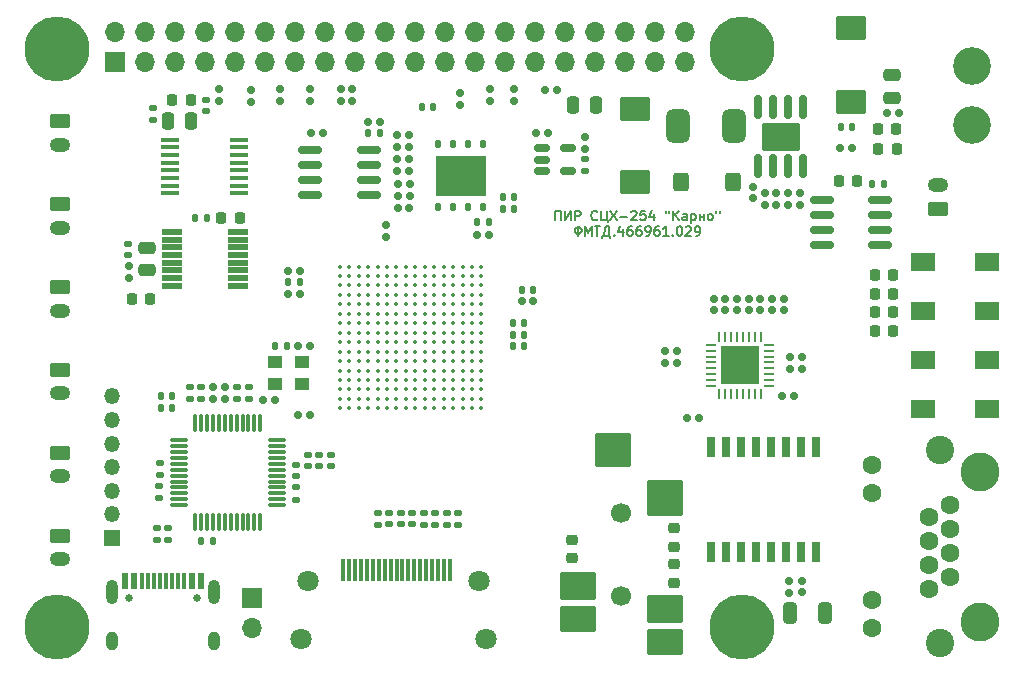
<source format=gbr>
%TF.GenerationSoftware,KiCad,Pcbnew,7.0.2*%
%TF.CreationDate,2023-10-25T03:12:26+05:00*%
%TF.ProjectId,Karnix_ASB,4b61726e-6978-45f4-9153-422e6b696361,V1.0*%
%TF.SameCoordinates,Original*%
%TF.FileFunction,Soldermask,Top*%
%TF.FilePolarity,Negative*%
%FSLAX46Y46*%
G04 Gerber Fmt 4.6, Leading zero omitted, Abs format (unit mm)*
G04 Created by KiCad (PCBNEW 7.0.2) date 2023-10-25 03:12:26*
%MOMM*%
%LPD*%
G01*
G04 APERTURE LIST*
G04 Aperture macros list*
%AMRoundRect*
0 Rectangle with rounded corners*
0 $1 Rounding radius*
0 $2 $3 $4 $5 $6 $7 $8 $9 X,Y pos of 4 corners*
0 Add a 4 corners polygon primitive as box body*
4,1,4,$2,$3,$4,$5,$6,$7,$8,$9,$2,$3,0*
0 Add four circle primitives for the rounded corners*
1,1,$1+$1,$2,$3*
1,1,$1+$1,$4,$5*
1,1,$1+$1,$6,$7*
1,1,$1+$1,$8,$9*
0 Add four rect primitives between the rounded corners*
20,1,$1+$1,$2,$3,$4,$5,0*
20,1,$1+$1,$4,$5,$6,$7,0*
20,1,$1+$1,$6,$7,$8,$9,0*
20,1,$1+$1,$8,$9,$2,$3,0*%
G04 Aperture macros list end*
%ADD10C,0.150000*%
%ADD11RoundRect,0.140000X0.140000X0.170000X-0.140000X0.170000X-0.140000X-0.170000X0.140000X-0.170000X0*%
%ADD12RoundRect,0.250000X-0.475000X0.250000X-0.475000X-0.250000X0.475000X-0.250000X0.475000X0.250000X0*%
%ADD13RoundRect,0.150000X0.150000X0.150000X-0.150000X0.150000X-0.150000X-0.150000X0.150000X-0.150000X0*%
%ADD14RoundRect,0.150000X-0.825000X-0.150000X0.825000X-0.150000X0.825000X0.150000X-0.825000X0.150000X0*%
%ADD15RoundRect,0.140000X-0.140000X-0.170000X0.140000X-0.170000X0.140000X0.170000X-0.140000X0.170000X0*%
%ADD16RoundRect,0.150000X-0.512500X-0.150000X0.512500X-0.150000X0.512500X0.150000X-0.512500X0.150000X0*%
%ADD17RoundRect,0.150000X-0.150000X-0.150000X0.150000X-0.150000X0.150000X0.150000X-0.150000X0.150000X0*%
%ADD18RoundRect,0.150000X0.150000X-0.150000X0.150000X0.150000X-0.150000X0.150000X-0.150000X-0.150000X0*%
%ADD19RoundRect,0.140000X-0.170000X0.140000X-0.170000X-0.140000X0.170000X-0.140000X0.170000X0.140000X0*%
%ADD20RoundRect,0.218750X-0.218750X-0.256250X0.218750X-0.256250X0.218750X0.256250X-0.218750X0.256250X0*%
%ADD21RoundRect,0.140000X0.170000X-0.140000X0.170000X0.140000X-0.170000X0.140000X-0.170000X-0.140000X0*%
%ADD22RoundRect,0.135000X0.185000X-0.135000X0.185000X0.135000X-0.185000X0.135000X-0.185000X-0.135000X0*%
%ADD23R,2.000000X1.600000*%
%ADD24RoundRect,0.135000X-0.135000X-0.185000X0.135000X-0.185000X0.135000X0.185000X-0.135000X0.185000X0*%
%ADD25RoundRect,0.102000X-0.736600X-0.177800X0.736600X-0.177800X0.736600X0.177800X-0.736600X0.177800X0*%
%ADD26RoundRect,0.250000X-0.250000X-0.475000X0.250000X-0.475000X0.250000X0.475000X-0.250000X0.475000X0*%
%ADD27R,1.700000X1.700000*%
%ADD28O,1.700000X1.700000*%
%ADD29RoundRect,0.150000X-0.150000X0.150000X-0.150000X-0.150000X0.150000X-0.150000X0.150000X0.150000X0*%
%ADD30RoundRect,0.218750X0.218750X0.256250X-0.218750X0.256250X-0.218750X-0.256250X0.218750X-0.256250X0*%
%ADD31C,5.500000*%
%ADD32C,0.650000*%
%ADD33R,0.600000X1.450000*%
%ADD34R,0.300000X1.450000*%
%ADD35O,1.000000X2.100000*%
%ADD36O,1.000000X1.600000*%
%ADD37RoundRect,0.062500X0.375000X0.062500X-0.375000X0.062500X-0.375000X-0.062500X0.375000X-0.062500X0*%
%ADD38RoundRect,0.062500X0.062500X0.375000X-0.062500X0.375000X-0.062500X-0.375000X0.062500X-0.375000X0*%
%ADD39R,3.300000X3.300000*%
%ADD40RoundRect,0.218750X-0.256250X0.218750X-0.256250X-0.218750X0.256250X-0.218750X0.256250X0.218750X0*%
%ADD41RoundRect,0.500000X0.500000X0.900000X-0.500000X0.900000X-0.500000X-0.900000X0.500000X-0.900000X0*%
%ADD42RoundRect,0.125000X-0.125000X0.250000X-0.125000X-0.250000X0.125000X-0.250000X0.125000X0.250000X0*%
%ADD43R,4.300000X3.400000*%
%ADD44RoundRect,0.187500X-0.187500X-0.662500X0.187500X-0.662500X0.187500X0.662500X-0.187500X0.662500X0*%
%ADD45C,0.350000*%
%ADD46R,1.300000X1.100000*%
%ADD47RoundRect,0.250000X-0.625000X0.350000X-0.625000X-0.350000X0.625000X-0.350000X0.625000X0.350000X0*%
%ADD48O,1.750000X1.200000*%
%ADD49RoundRect,0.250000X0.475000X-0.250000X0.475000X0.250000X-0.475000X0.250000X-0.475000X-0.250000X0*%
%ADD50RoundRect,0.135000X-0.185000X0.135000X-0.185000X-0.135000X0.185000X-0.135000X0.185000X0.135000X0*%
%ADD51C,3.200000*%
%ADD52RoundRect,0.075000X-0.662500X-0.075000X0.662500X-0.075000X0.662500X0.075000X-0.662500X0.075000X0*%
%ADD53RoundRect,0.075000X-0.075000X-0.662500X0.075000X-0.662500X0.075000X0.662500X-0.075000X0.662500X0*%
%ADD54RoundRect,0.150000X0.150000X-0.825000X0.150000X0.825000X-0.150000X0.825000X-0.150000X-0.825000X0*%
%ADD55RoundRect,0.249600X1.400400X-0.950400X1.400400X0.950400X-1.400400X0.950400X-1.400400X-0.950400X0*%
%ADD56C,3.300000*%
%ADD57C,1.600000*%
%ADD58C,2.400000*%
%ADD59R,1.350000X1.350000*%
%ADD60O,1.350000X1.350000*%
%ADD61R,0.300000X1.900000*%
%ADD62C,1.800000*%
%ADD63RoundRect,0.250000X-0.325000X-0.650000X0.325000X-0.650000X0.325000X0.650000X-0.325000X0.650000X0*%
%ADD64RoundRect,0.250000X1.025000X-0.787500X1.025000X0.787500X-1.025000X0.787500X-1.025000X-0.787500X0*%
%ADD65C,1.700000*%
%ADD66RoundRect,0.102000X-1.400000X1.000000X-1.400000X-1.000000X1.400000X-1.000000X1.400000X1.000000X0*%
%ADD67RoundRect,0.102000X-1.400000X1.400000X-1.400000X-1.400000X1.400000X-1.400000X1.400000X1.400000X0*%
%ADD68RoundRect,0.102000X-1.400000X1.100000X-1.400000X-1.100000X1.400000X-1.100000X1.400000X1.100000X0*%
%ADD69RoundRect,0.102000X-1.400000X1.300000X-1.400000X-1.300000X1.400000X-1.300000X1.400000X1.300000X0*%
%ADD70RoundRect,0.250000X0.250000X0.475000X-0.250000X0.475000X-0.250000X-0.475000X0.250000X-0.475000X0*%
%ADD71RoundRect,0.250000X0.625000X-0.350000X0.625000X0.350000X-0.625000X0.350000X-0.625000X-0.350000X0*%
%ADD72RoundRect,0.218750X0.256250X-0.218750X0.256250X0.218750X-0.256250X0.218750X-0.256250X-0.218750X0*%
%ADD73RoundRect,0.250000X-1.025000X0.787500X-1.025000X-0.787500X1.025000X-0.787500X1.025000X0.787500X0*%
%ADD74RoundRect,0.350000X0.350000X0.450000X-0.350000X0.450000X-0.350000X-0.450000X0.350000X-0.450000X0*%
%ADD75RoundRect,0.100000X-0.650000X-0.100000X0.650000X-0.100000X0.650000X0.100000X-0.650000X0.100000X0*%
G04 APERTURE END LIST*
D10*
X154187618Y-60176095D02*
X154187618Y-59376095D01*
X154187618Y-59376095D02*
X154644761Y-59376095D01*
X154644761Y-59376095D02*
X154644761Y-60176095D01*
X155025713Y-59376095D02*
X155025713Y-60176095D01*
X155025713Y-60176095D02*
X155482856Y-59376095D01*
X155482856Y-59376095D02*
X155482856Y-60176095D01*
X155863808Y-60176095D02*
X155863808Y-59376095D01*
X155863808Y-59376095D02*
X156168570Y-59376095D01*
X156168570Y-59376095D02*
X156244760Y-59414190D01*
X156244760Y-59414190D02*
X156282855Y-59452285D01*
X156282855Y-59452285D02*
X156320951Y-59528476D01*
X156320951Y-59528476D02*
X156320951Y-59642761D01*
X156320951Y-59642761D02*
X156282855Y-59718952D01*
X156282855Y-59718952D02*
X156244760Y-59757047D01*
X156244760Y-59757047D02*
X156168570Y-59795142D01*
X156168570Y-59795142D02*
X155863808Y-59795142D01*
X157730475Y-60099904D02*
X157692379Y-60138000D01*
X157692379Y-60138000D02*
X157578094Y-60176095D01*
X157578094Y-60176095D02*
X157501903Y-60176095D01*
X157501903Y-60176095D02*
X157387617Y-60138000D01*
X157387617Y-60138000D02*
X157311427Y-60061809D01*
X157311427Y-60061809D02*
X157273332Y-59985619D01*
X157273332Y-59985619D02*
X157235236Y-59833238D01*
X157235236Y-59833238D02*
X157235236Y-59718952D01*
X157235236Y-59718952D02*
X157273332Y-59566571D01*
X157273332Y-59566571D02*
X157311427Y-59490380D01*
X157311427Y-59490380D02*
X157387617Y-59414190D01*
X157387617Y-59414190D02*
X157501903Y-59376095D01*
X157501903Y-59376095D02*
X157578094Y-59376095D01*
X157578094Y-59376095D02*
X157692379Y-59414190D01*
X157692379Y-59414190D02*
X157730475Y-59452285D01*
X158530475Y-59376095D02*
X158530475Y-60176095D01*
X158073332Y-59376095D02*
X158073332Y-60176095D01*
X158073332Y-60176095D02*
X158606665Y-60176095D01*
X158606665Y-60176095D02*
X158606665Y-60366571D01*
X158835236Y-59376095D02*
X159368570Y-60176095D01*
X159368570Y-59376095D02*
X158835236Y-60176095D01*
X159673332Y-59871333D02*
X160282856Y-59871333D01*
X160625712Y-59452285D02*
X160663808Y-59414190D01*
X160663808Y-59414190D02*
X160739998Y-59376095D01*
X160739998Y-59376095D02*
X160930474Y-59376095D01*
X160930474Y-59376095D02*
X161006665Y-59414190D01*
X161006665Y-59414190D02*
X161044760Y-59452285D01*
X161044760Y-59452285D02*
X161082855Y-59528476D01*
X161082855Y-59528476D02*
X161082855Y-59604666D01*
X161082855Y-59604666D02*
X161044760Y-59718952D01*
X161044760Y-59718952D02*
X160587617Y-60176095D01*
X160587617Y-60176095D02*
X161082855Y-60176095D01*
X161806665Y-59376095D02*
X161425713Y-59376095D01*
X161425713Y-59376095D02*
X161387617Y-59757047D01*
X161387617Y-59757047D02*
X161425713Y-59718952D01*
X161425713Y-59718952D02*
X161501903Y-59680857D01*
X161501903Y-59680857D02*
X161692379Y-59680857D01*
X161692379Y-59680857D02*
X161768570Y-59718952D01*
X161768570Y-59718952D02*
X161806665Y-59757047D01*
X161806665Y-59757047D02*
X161844760Y-59833238D01*
X161844760Y-59833238D02*
X161844760Y-60023714D01*
X161844760Y-60023714D02*
X161806665Y-60099904D01*
X161806665Y-60099904D02*
X161768570Y-60138000D01*
X161768570Y-60138000D02*
X161692379Y-60176095D01*
X161692379Y-60176095D02*
X161501903Y-60176095D01*
X161501903Y-60176095D02*
X161425713Y-60138000D01*
X161425713Y-60138000D02*
X161387617Y-60099904D01*
X162530475Y-59642761D02*
X162530475Y-60176095D01*
X162339999Y-59338000D02*
X162149522Y-59909428D01*
X162149522Y-59909428D02*
X162644761Y-59909428D01*
X163520951Y-59376095D02*
X163520951Y-59528476D01*
X163825713Y-59376095D02*
X163825713Y-59528476D01*
X164168571Y-60176095D02*
X164168571Y-59376095D01*
X164625714Y-60176095D02*
X164282856Y-59718952D01*
X164625714Y-59376095D02*
X164168571Y-59833238D01*
X165311428Y-60176095D02*
X165311428Y-59757047D01*
X165311428Y-59757047D02*
X165273333Y-59680857D01*
X165273333Y-59680857D02*
X165197142Y-59642761D01*
X165197142Y-59642761D02*
X165044761Y-59642761D01*
X165044761Y-59642761D02*
X164968571Y-59680857D01*
X165311428Y-60138000D02*
X165235237Y-60176095D01*
X165235237Y-60176095D02*
X165044761Y-60176095D01*
X165044761Y-60176095D02*
X164968571Y-60138000D01*
X164968571Y-60138000D02*
X164930475Y-60061809D01*
X164930475Y-60061809D02*
X164930475Y-59985619D01*
X164930475Y-59985619D02*
X164968571Y-59909428D01*
X164968571Y-59909428D02*
X165044761Y-59871333D01*
X165044761Y-59871333D02*
X165235237Y-59871333D01*
X165235237Y-59871333D02*
X165311428Y-59833238D01*
X165692381Y-59642761D02*
X165692381Y-60442761D01*
X165692381Y-59680857D02*
X165768571Y-59642761D01*
X165768571Y-59642761D02*
X165920952Y-59642761D01*
X165920952Y-59642761D02*
X165997143Y-59680857D01*
X165997143Y-59680857D02*
X166035238Y-59718952D01*
X166035238Y-59718952D02*
X166073333Y-59795142D01*
X166073333Y-59795142D02*
X166073333Y-60023714D01*
X166073333Y-60023714D02*
X166035238Y-60099904D01*
X166035238Y-60099904D02*
X165997143Y-60138000D01*
X165997143Y-60138000D02*
X165920952Y-60176095D01*
X165920952Y-60176095D02*
X165768571Y-60176095D01*
X165768571Y-60176095D02*
X165692381Y-60138000D01*
X166416191Y-59909428D02*
X166759048Y-59909428D01*
X166416191Y-59642761D02*
X166416191Y-60176095D01*
X166759048Y-59642761D02*
X166759048Y-60176095D01*
X167254286Y-60176095D02*
X167178096Y-60138000D01*
X167178096Y-60138000D02*
X167140001Y-60099904D01*
X167140001Y-60099904D02*
X167101905Y-60023714D01*
X167101905Y-60023714D02*
X167101905Y-59795142D01*
X167101905Y-59795142D02*
X167140001Y-59718952D01*
X167140001Y-59718952D02*
X167178096Y-59680857D01*
X167178096Y-59680857D02*
X167254286Y-59642761D01*
X167254286Y-59642761D02*
X167368572Y-59642761D01*
X167368572Y-59642761D02*
X167444763Y-59680857D01*
X167444763Y-59680857D02*
X167482858Y-59718952D01*
X167482858Y-59718952D02*
X167520953Y-59795142D01*
X167520953Y-59795142D02*
X167520953Y-60023714D01*
X167520953Y-60023714D02*
X167482858Y-60099904D01*
X167482858Y-60099904D02*
X167444763Y-60138000D01*
X167444763Y-60138000D02*
X167368572Y-60176095D01*
X167368572Y-60176095D02*
X167254286Y-60176095D01*
X167825715Y-59376095D02*
X167825715Y-59528476D01*
X168130477Y-59376095D02*
X168130477Y-59528476D01*
X156111427Y-61472095D02*
X156111427Y-60672095D01*
X156035237Y-60786380D02*
X156187618Y-60786380D01*
X156187618Y-60786380D02*
X156301903Y-60824476D01*
X156301903Y-60824476D02*
X156378094Y-60900666D01*
X156378094Y-60900666D02*
X156416189Y-60976857D01*
X156416189Y-60976857D02*
X156416189Y-61129238D01*
X156416189Y-61129238D02*
X156378094Y-61205428D01*
X156378094Y-61205428D02*
X156301903Y-61281619D01*
X156301903Y-61281619D02*
X156187618Y-61319714D01*
X156187618Y-61319714D02*
X156035237Y-61319714D01*
X156035237Y-61319714D02*
X155920951Y-61281619D01*
X155920951Y-61281619D02*
X155844760Y-61205428D01*
X155844760Y-61205428D02*
X155806665Y-61129238D01*
X155806665Y-61129238D02*
X155806665Y-60976857D01*
X155806665Y-60976857D02*
X155844760Y-60900666D01*
X155844760Y-60900666D02*
X155920951Y-60824476D01*
X155920951Y-60824476D02*
X156035237Y-60786380D01*
X156720951Y-61472095D02*
X156720951Y-60672095D01*
X156720951Y-60672095D02*
X156987617Y-61243523D01*
X156987617Y-61243523D02*
X157254284Y-60672095D01*
X157254284Y-60672095D02*
X157254284Y-61472095D01*
X157520951Y-60672095D02*
X157978094Y-60672095D01*
X157749522Y-61472095D02*
X157749522Y-60672095D01*
X158854285Y-61662571D02*
X158854285Y-61472095D01*
X158854285Y-61472095D02*
X158168570Y-61472095D01*
X158168570Y-61472095D02*
X158168570Y-61662571D01*
X158701904Y-61472095D02*
X158701904Y-60672095D01*
X158701904Y-60672095D02*
X158511427Y-60672095D01*
X158511427Y-60672095D02*
X158435237Y-60710190D01*
X158435237Y-60710190D02*
X158397142Y-60748285D01*
X158397142Y-60748285D02*
X158359046Y-60824476D01*
X158359046Y-60824476D02*
X158282856Y-61472095D01*
X159159047Y-61395904D02*
X159197142Y-61434000D01*
X159197142Y-61434000D02*
X159159047Y-61472095D01*
X159159047Y-61472095D02*
X159120951Y-61434000D01*
X159120951Y-61434000D02*
X159159047Y-61395904D01*
X159159047Y-61395904D02*
X159159047Y-61472095D01*
X159882856Y-60938761D02*
X159882856Y-61472095D01*
X159692380Y-60634000D02*
X159501903Y-61205428D01*
X159501903Y-61205428D02*
X159997142Y-61205428D01*
X160644761Y-60672095D02*
X160492380Y-60672095D01*
X160492380Y-60672095D02*
X160416189Y-60710190D01*
X160416189Y-60710190D02*
X160378094Y-60748285D01*
X160378094Y-60748285D02*
X160301904Y-60862571D01*
X160301904Y-60862571D02*
X160263808Y-61014952D01*
X160263808Y-61014952D02*
X160263808Y-61319714D01*
X160263808Y-61319714D02*
X160301904Y-61395904D01*
X160301904Y-61395904D02*
X160339999Y-61434000D01*
X160339999Y-61434000D02*
X160416189Y-61472095D01*
X160416189Y-61472095D02*
X160568570Y-61472095D01*
X160568570Y-61472095D02*
X160644761Y-61434000D01*
X160644761Y-61434000D02*
X160682856Y-61395904D01*
X160682856Y-61395904D02*
X160720951Y-61319714D01*
X160720951Y-61319714D02*
X160720951Y-61129238D01*
X160720951Y-61129238D02*
X160682856Y-61053047D01*
X160682856Y-61053047D02*
X160644761Y-61014952D01*
X160644761Y-61014952D02*
X160568570Y-60976857D01*
X160568570Y-60976857D02*
X160416189Y-60976857D01*
X160416189Y-60976857D02*
X160339999Y-61014952D01*
X160339999Y-61014952D02*
X160301904Y-61053047D01*
X160301904Y-61053047D02*
X160263808Y-61129238D01*
X161406666Y-60672095D02*
X161254285Y-60672095D01*
X161254285Y-60672095D02*
X161178094Y-60710190D01*
X161178094Y-60710190D02*
X161139999Y-60748285D01*
X161139999Y-60748285D02*
X161063809Y-60862571D01*
X161063809Y-60862571D02*
X161025713Y-61014952D01*
X161025713Y-61014952D02*
X161025713Y-61319714D01*
X161025713Y-61319714D02*
X161063809Y-61395904D01*
X161063809Y-61395904D02*
X161101904Y-61434000D01*
X161101904Y-61434000D02*
X161178094Y-61472095D01*
X161178094Y-61472095D02*
X161330475Y-61472095D01*
X161330475Y-61472095D02*
X161406666Y-61434000D01*
X161406666Y-61434000D02*
X161444761Y-61395904D01*
X161444761Y-61395904D02*
X161482856Y-61319714D01*
X161482856Y-61319714D02*
X161482856Y-61129238D01*
X161482856Y-61129238D02*
X161444761Y-61053047D01*
X161444761Y-61053047D02*
X161406666Y-61014952D01*
X161406666Y-61014952D02*
X161330475Y-60976857D01*
X161330475Y-60976857D02*
X161178094Y-60976857D01*
X161178094Y-60976857D02*
X161101904Y-61014952D01*
X161101904Y-61014952D02*
X161063809Y-61053047D01*
X161063809Y-61053047D02*
X161025713Y-61129238D01*
X161863809Y-61472095D02*
X162016190Y-61472095D01*
X162016190Y-61472095D02*
X162092380Y-61434000D01*
X162092380Y-61434000D02*
X162130476Y-61395904D01*
X162130476Y-61395904D02*
X162206666Y-61281619D01*
X162206666Y-61281619D02*
X162244761Y-61129238D01*
X162244761Y-61129238D02*
X162244761Y-60824476D01*
X162244761Y-60824476D02*
X162206666Y-60748285D01*
X162206666Y-60748285D02*
X162168571Y-60710190D01*
X162168571Y-60710190D02*
X162092380Y-60672095D01*
X162092380Y-60672095D02*
X161939999Y-60672095D01*
X161939999Y-60672095D02*
X161863809Y-60710190D01*
X161863809Y-60710190D02*
X161825714Y-60748285D01*
X161825714Y-60748285D02*
X161787618Y-60824476D01*
X161787618Y-60824476D02*
X161787618Y-61014952D01*
X161787618Y-61014952D02*
X161825714Y-61091142D01*
X161825714Y-61091142D02*
X161863809Y-61129238D01*
X161863809Y-61129238D02*
X161939999Y-61167333D01*
X161939999Y-61167333D02*
X162092380Y-61167333D01*
X162092380Y-61167333D02*
X162168571Y-61129238D01*
X162168571Y-61129238D02*
X162206666Y-61091142D01*
X162206666Y-61091142D02*
X162244761Y-61014952D01*
X162930476Y-60672095D02*
X162778095Y-60672095D01*
X162778095Y-60672095D02*
X162701904Y-60710190D01*
X162701904Y-60710190D02*
X162663809Y-60748285D01*
X162663809Y-60748285D02*
X162587619Y-60862571D01*
X162587619Y-60862571D02*
X162549523Y-61014952D01*
X162549523Y-61014952D02*
X162549523Y-61319714D01*
X162549523Y-61319714D02*
X162587619Y-61395904D01*
X162587619Y-61395904D02*
X162625714Y-61434000D01*
X162625714Y-61434000D02*
X162701904Y-61472095D01*
X162701904Y-61472095D02*
X162854285Y-61472095D01*
X162854285Y-61472095D02*
X162930476Y-61434000D01*
X162930476Y-61434000D02*
X162968571Y-61395904D01*
X162968571Y-61395904D02*
X163006666Y-61319714D01*
X163006666Y-61319714D02*
X163006666Y-61129238D01*
X163006666Y-61129238D02*
X162968571Y-61053047D01*
X162968571Y-61053047D02*
X162930476Y-61014952D01*
X162930476Y-61014952D02*
X162854285Y-60976857D01*
X162854285Y-60976857D02*
X162701904Y-60976857D01*
X162701904Y-60976857D02*
X162625714Y-61014952D01*
X162625714Y-61014952D02*
X162587619Y-61053047D01*
X162587619Y-61053047D02*
X162549523Y-61129238D01*
X163768571Y-61472095D02*
X163311428Y-61472095D01*
X163540000Y-61472095D02*
X163540000Y-60672095D01*
X163540000Y-60672095D02*
X163463809Y-60786380D01*
X163463809Y-60786380D02*
X163387619Y-60862571D01*
X163387619Y-60862571D02*
X163311428Y-60900666D01*
X164111429Y-61395904D02*
X164149524Y-61434000D01*
X164149524Y-61434000D02*
X164111429Y-61472095D01*
X164111429Y-61472095D02*
X164073333Y-61434000D01*
X164073333Y-61434000D02*
X164111429Y-61395904D01*
X164111429Y-61395904D02*
X164111429Y-61472095D01*
X164644762Y-60672095D02*
X164720952Y-60672095D01*
X164720952Y-60672095D02*
X164797143Y-60710190D01*
X164797143Y-60710190D02*
X164835238Y-60748285D01*
X164835238Y-60748285D02*
X164873333Y-60824476D01*
X164873333Y-60824476D02*
X164911428Y-60976857D01*
X164911428Y-60976857D02*
X164911428Y-61167333D01*
X164911428Y-61167333D02*
X164873333Y-61319714D01*
X164873333Y-61319714D02*
X164835238Y-61395904D01*
X164835238Y-61395904D02*
X164797143Y-61434000D01*
X164797143Y-61434000D02*
X164720952Y-61472095D01*
X164720952Y-61472095D02*
X164644762Y-61472095D01*
X164644762Y-61472095D02*
X164568571Y-61434000D01*
X164568571Y-61434000D02*
X164530476Y-61395904D01*
X164530476Y-61395904D02*
X164492381Y-61319714D01*
X164492381Y-61319714D02*
X164454285Y-61167333D01*
X164454285Y-61167333D02*
X164454285Y-60976857D01*
X164454285Y-60976857D02*
X164492381Y-60824476D01*
X164492381Y-60824476D02*
X164530476Y-60748285D01*
X164530476Y-60748285D02*
X164568571Y-60710190D01*
X164568571Y-60710190D02*
X164644762Y-60672095D01*
X165216190Y-60748285D02*
X165254286Y-60710190D01*
X165254286Y-60710190D02*
X165330476Y-60672095D01*
X165330476Y-60672095D02*
X165520952Y-60672095D01*
X165520952Y-60672095D02*
X165597143Y-60710190D01*
X165597143Y-60710190D02*
X165635238Y-60748285D01*
X165635238Y-60748285D02*
X165673333Y-60824476D01*
X165673333Y-60824476D02*
X165673333Y-60900666D01*
X165673333Y-60900666D02*
X165635238Y-61014952D01*
X165635238Y-61014952D02*
X165178095Y-61472095D01*
X165178095Y-61472095D02*
X165673333Y-61472095D01*
X166054286Y-61472095D02*
X166206667Y-61472095D01*
X166206667Y-61472095D02*
X166282857Y-61434000D01*
X166282857Y-61434000D02*
X166320953Y-61395904D01*
X166320953Y-61395904D02*
X166397143Y-61281619D01*
X166397143Y-61281619D02*
X166435238Y-61129238D01*
X166435238Y-61129238D02*
X166435238Y-60824476D01*
X166435238Y-60824476D02*
X166397143Y-60748285D01*
X166397143Y-60748285D02*
X166359048Y-60710190D01*
X166359048Y-60710190D02*
X166282857Y-60672095D01*
X166282857Y-60672095D02*
X166130476Y-60672095D01*
X166130476Y-60672095D02*
X166054286Y-60710190D01*
X166054286Y-60710190D02*
X166016191Y-60748285D01*
X166016191Y-60748285D02*
X165978095Y-60824476D01*
X165978095Y-60824476D02*
X165978095Y-61014952D01*
X165978095Y-61014952D02*
X166016191Y-61091142D01*
X166016191Y-61091142D02*
X166054286Y-61129238D01*
X166054286Y-61129238D02*
X166130476Y-61167333D01*
X166130476Y-61167333D02*
X166282857Y-61167333D01*
X166282857Y-61167333D02*
X166359048Y-61129238D01*
X166359048Y-61129238D02*
X166397143Y-61091142D01*
X166397143Y-61091142D02*
X166435238Y-61014952D01*
D11*
%TO.C,C96*%
X121760000Y-76080000D03*
X120800000Y-76080000D03*
%TD*%
D12*
%TO.C,C65*%
X119585000Y-62491000D03*
X119585000Y-64391000D03*
%TD*%
D13*
%TO.C,R30*%
X154310000Y-49155000D03*
X153310000Y-49155000D03*
%TD*%
D14*
%TO.C,U9*%
X176760000Y-58490000D03*
X176760000Y-59760000D03*
X176760000Y-61030000D03*
X176760000Y-62300000D03*
X181710000Y-62300000D03*
X181710000Y-61030000D03*
X181710000Y-59760000D03*
X181710000Y-58490000D03*
%TD*%
D15*
%TO.C,C55*%
X181010000Y-57070000D03*
X181970000Y-57070000D03*
%TD*%
D16*
%TO.C,U4*%
X153022500Y-54090000D03*
X153022500Y-55040000D03*
X153022500Y-55990000D03*
X155297500Y-55990000D03*
X155297500Y-54090000D03*
%TD*%
D17*
%TO.C,R60*%
X140812000Y-55987000D03*
X141812000Y-55987000D03*
%TD*%
D13*
%TO.C,R37*%
X183258000Y-51139000D03*
X182258000Y-51139000D03*
%TD*%
D18*
%TO.C,R25*%
X148610000Y-50050000D03*
X148610000Y-49050000D03*
%TD*%
D19*
%TO.C,C59*%
X143050000Y-84980000D03*
X143050000Y-85940000D03*
%TD*%
D20*
%TO.C,D6*%
X181495000Y-54120000D03*
X183070000Y-54120000D03*
%TD*%
D17*
%TO.C,R65*%
X140835000Y-59111000D03*
X141835000Y-59111000D03*
%TD*%
D20*
%TO.C,L5*%
X118302000Y-66807000D03*
X119877000Y-66807000D03*
%TD*%
D21*
%TO.C,C16*%
X156730000Y-55990000D03*
X156730000Y-55030000D03*
%TD*%
D22*
%TO.C,R183*%
X132226000Y-83824000D03*
X132226000Y-82804000D03*
%TD*%
D23*
%TO.C,SW3*%
X190720000Y-72016760D03*
X185320000Y-72016760D03*
%TD*%
D24*
%TO.C,R173*%
X147580000Y-60355000D03*
X148600000Y-60355000D03*
%TD*%
D13*
%TO.C,R55*%
X133374000Y-70835000D03*
X132374000Y-70835000D03*
%TD*%
D19*
%TO.C,C21*%
X134215000Y-80035000D03*
X134215000Y-80995000D03*
%TD*%
D25*
%TO.C,U11*%
X121711200Y-61161600D03*
X121711200Y-61822000D03*
X121711200Y-62482400D03*
X121711200Y-63117400D03*
X121711200Y-63777800D03*
X121711200Y-64412800D03*
X121711200Y-65073200D03*
X121711200Y-65733600D03*
X127350000Y-65733600D03*
X127350000Y-65073200D03*
X127350000Y-64412800D03*
X127350000Y-63777800D03*
X127350000Y-63117400D03*
X127350000Y-62482400D03*
X127350000Y-61822000D03*
X127350000Y-61161600D03*
%TD*%
D26*
%TO.C,C69*%
X121400000Y-51810000D03*
X123300000Y-51810000D03*
%TD*%
D27*
%TO.C,J2*%
X128525000Y-92170000D03*
D28*
X128525000Y-94710000D03*
%TD*%
D18*
%TO.C,R9*%
X128420000Y-50130000D03*
X128420000Y-49130000D03*
%TD*%
%TO.C,R38*%
X173860000Y-58860000D03*
X173860000Y-57860000D03*
%TD*%
D29*
%TO.C,R71*%
X172525000Y-66815000D03*
X172525000Y-67815000D03*
%TD*%
D13*
%TO.C,R39*%
X179290000Y-54100000D03*
X178290000Y-54100000D03*
%TD*%
D17*
%TO.C,R46*%
X133485000Y-52810000D03*
X134485000Y-52810000D03*
%TD*%
D23*
%TO.C,SW2*%
X190720000Y-67876760D03*
X185320000Y-67876760D03*
%TD*%
D15*
%TO.C,C80*%
X123701000Y-59961000D03*
X124661000Y-59961000D03*
%TD*%
%TO.C,C41*%
X149731000Y-59187000D03*
X150691000Y-59187000D03*
%TD*%
D30*
%TO.C,D5*%
X183062500Y-52480000D03*
X181487500Y-52480000D03*
%TD*%
D14*
%TO.C,U6*%
X133431000Y-54259000D03*
X133431000Y-55529000D03*
X133431000Y-56799000D03*
X133431000Y-58069000D03*
X138381000Y-58069000D03*
X138381000Y-56799000D03*
X138381000Y-55529000D03*
X138381000Y-54259000D03*
%TD*%
D11*
%TO.C,C40*%
X132530000Y-65420000D03*
X131570000Y-65420000D03*
%TD*%
D18*
%TO.C,R10*%
X130850000Y-50085000D03*
X130850000Y-49085000D03*
%TD*%
D29*
%TO.C,R77*%
X168565878Y-66815412D03*
X168565878Y-67815412D03*
%TD*%
D22*
%TO.C,R172*%
X128215000Y-75314000D03*
X128215000Y-74294000D03*
%TD*%
D29*
%TO.C,R5*%
X125710000Y-49090000D03*
X125710000Y-50090000D03*
%TD*%
D31*
%TO.C,H2*%
X169980000Y-45650000D03*
%TD*%
D19*
%TO.C,C17*%
X133245000Y-80035000D03*
X133245000Y-80995000D03*
%TD*%
D15*
%TO.C,C23*%
X151325000Y-66045000D03*
X152285000Y-66045000D03*
%TD*%
D29*
%TO.C,R15*%
X133385000Y-49060000D03*
X133385000Y-50060000D03*
%TD*%
%TO.C,R102*%
X175030000Y-90690000D03*
X175030000Y-91690000D03*
%TD*%
%TO.C,R45*%
X139860000Y-60560000D03*
X139860000Y-61560000D03*
%TD*%
D30*
%TO.C,D4*%
X182795000Y-69590000D03*
X181220000Y-69590000D03*
%TD*%
D15*
%TO.C,C39*%
X130473000Y-70865000D03*
X131433000Y-70865000D03*
%TD*%
D17*
%TO.C,R68*%
X163455000Y-72245000D03*
X164455000Y-72245000D03*
%TD*%
D13*
%TO.C,R74*%
X175055000Y-71760000D03*
X174055000Y-71760000D03*
%TD*%
D11*
%TO.C,C97*%
X121750000Y-75080000D03*
X120790000Y-75080000D03*
%TD*%
D19*
%TO.C,C58*%
X144020000Y-84980000D03*
X144020000Y-85940000D03*
%TD*%
D22*
%TO.C,R180*%
X120450000Y-87265000D03*
X120450000Y-86245000D03*
%TD*%
D15*
%TO.C,C28*%
X150570000Y-70850000D03*
X151530000Y-70850000D03*
%TD*%
D32*
%TO.C,J1*%
X118080000Y-92180000D03*
X123860000Y-92180000D03*
D33*
X117720000Y-90735000D03*
X118520000Y-90735000D03*
D34*
X119720000Y-90735000D03*
X120720000Y-90735000D03*
X121220000Y-90735000D03*
X122220000Y-90735000D03*
D33*
X123420000Y-90735000D03*
X124220000Y-90735000D03*
X124220000Y-90735000D03*
X123420000Y-90735000D03*
D34*
X122720000Y-90735000D03*
X121720000Y-90735000D03*
X120220000Y-90735000D03*
X119220000Y-90735000D03*
D33*
X118520000Y-90735000D03*
X117720000Y-90735000D03*
D35*
X116650000Y-91650000D03*
D36*
X116650000Y-95830000D03*
D35*
X125290000Y-91650000D03*
D36*
X125290000Y-95830000D03*
%TD*%
D21*
%TO.C,C66*%
X118045000Y-63142000D03*
X118045000Y-62182000D03*
%TD*%
D29*
%TO.C,R24*%
X146075000Y-49405000D03*
X146075000Y-50405000D03*
%TD*%
D37*
%TO.C,U8*%
X172245500Y-74218000D03*
X172245500Y-73718000D03*
X172245500Y-73218000D03*
X172245500Y-72718000D03*
X172245500Y-72218000D03*
X172245500Y-71718000D03*
X172245500Y-71218000D03*
X172245500Y-70718000D03*
D38*
X171558000Y-70030500D03*
X171058000Y-70030500D03*
X170558000Y-70030500D03*
X170058000Y-70030500D03*
X169558000Y-70030500D03*
X169058000Y-70030500D03*
X168558000Y-70030500D03*
X168058000Y-70030500D03*
D37*
X167370500Y-70718000D03*
X167370500Y-71218000D03*
X167370500Y-71718000D03*
X167370500Y-72218000D03*
X167370500Y-72718000D03*
X167370500Y-73218000D03*
X167370500Y-73718000D03*
X167370500Y-74218000D03*
D38*
X168058000Y-74905500D03*
X168558000Y-74905500D03*
X169058000Y-74905500D03*
X169558000Y-74905500D03*
X170058000Y-74905500D03*
X170558000Y-74905500D03*
X171058000Y-74905500D03*
X171558000Y-74905500D03*
D39*
X169808000Y-72468000D03*
%TD*%
D31*
%TO.C,H1*%
X111980000Y-45650000D03*
%TD*%
D40*
%TO.C,D16*%
X164225000Y-86275000D03*
X164225000Y-87850000D03*
%TD*%
D41*
%TO.C,L1*%
X164530000Y-52170000D03*
X169330000Y-52170000D03*
%TD*%
D15*
%TO.C,C100*%
X142855000Y-50575000D03*
X143815000Y-50575000D03*
%TD*%
D17*
%TO.C,R48*%
X140815000Y-53000000D03*
X141815000Y-53000000D03*
%TD*%
%TO.C,R47*%
X131550000Y-66400000D03*
X132550000Y-66400000D03*
%TD*%
D42*
%TO.C,U7*%
X148068000Y-53696000D03*
X146798000Y-53696000D03*
X145528000Y-53696000D03*
X144258000Y-53696000D03*
X144258000Y-59096000D03*
X145528000Y-59096000D03*
X146798000Y-59096000D03*
X148068000Y-59096000D03*
D43*
X146163000Y-56396000D03*
%TD*%
D44*
%TO.C,TR1*%
X167343000Y-88242000D03*
X168613000Y-88242000D03*
X169883000Y-88242000D03*
X171153000Y-88242000D03*
X172423000Y-88242000D03*
X173693000Y-88242000D03*
X174963000Y-88242000D03*
X176233000Y-88242000D03*
X176233000Y-79402800D03*
X174963000Y-79402800D03*
X173693000Y-79402800D03*
X172423000Y-79402800D03*
X171153000Y-79402800D03*
X169883000Y-79402800D03*
X168613000Y-79402800D03*
X167343000Y-79402800D03*
%TD*%
D45*
%TO.C,U5*%
X147930000Y-76100000D03*
X147130000Y-76100000D03*
X146330000Y-76100000D03*
X145530000Y-76100000D03*
X144730000Y-76100000D03*
X143930000Y-76100000D03*
X143130000Y-76100000D03*
X142330000Y-76100000D03*
X141530000Y-76100000D03*
X140730000Y-76100000D03*
X139930000Y-76100000D03*
X139130000Y-76100000D03*
X138330000Y-76100000D03*
X137530000Y-76100000D03*
X136730000Y-76100000D03*
X135930000Y-76100000D03*
X147930000Y-75300000D03*
X147130000Y-75300000D03*
X146330000Y-75300000D03*
X145530000Y-75300000D03*
X144730000Y-75300000D03*
X143930000Y-75300000D03*
X143130000Y-75300000D03*
X142330000Y-75300000D03*
X141530000Y-75300000D03*
X140730000Y-75300000D03*
X139930000Y-75300000D03*
X139130000Y-75300000D03*
X138330000Y-75300000D03*
X137530000Y-75300000D03*
X136730000Y-75300000D03*
X135930000Y-75300000D03*
X147930000Y-74500000D03*
X147130000Y-74500000D03*
X146330000Y-74500000D03*
X145530000Y-74500000D03*
X144730000Y-74500000D03*
X143930000Y-74500000D03*
X143130000Y-74500000D03*
X142330000Y-74500000D03*
X141530000Y-74500000D03*
X140730000Y-74500000D03*
X139930000Y-74500000D03*
X139130000Y-74500000D03*
X138330000Y-74500000D03*
X137530000Y-74500000D03*
X136730000Y-74500000D03*
X135930000Y-74500000D03*
X147930000Y-73700000D03*
X147130000Y-73700000D03*
X146330000Y-73700000D03*
X145530000Y-73700000D03*
X144730000Y-73700000D03*
X143930000Y-73700000D03*
X143130000Y-73700000D03*
X142330000Y-73700000D03*
X141530000Y-73700000D03*
X140730000Y-73700000D03*
X139930000Y-73700000D03*
X139130000Y-73700000D03*
X138330000Y-73700000D03*
X137530000Y-73700000D03*
X136730000Y-73700000D03*
X135930000Y-73700000D03*
X147930000Y-72900000D03*
X147130000Y-72900000D03*
X146330000Y-72900000D03*
X145530000Y-72900000D03*
X144730000Y-72900000D03*
X143930000Y-72900000D03*
X143130000Y-72900000D03*
X142330000Y-72900000D03*
X141530000Y-72900000D03*
X140730000Y-72900000D03*
X139930000Y-72900000D03*
X139130000Y-72900000D03*
X138330000Y-72900000D03*
X137530000Y-72900000D03*
X136730000Y-72900000D03*
X135930000Y-72900000D03*
X147930000Y-72100000D03*
X147130000Y-72100000D03*
X146330000Y-72100000D03*
X145530000Y-72100000D03*
X144730000Y-72100000D03*
X143930000Y-72100000D03*
X143130000Y-72100000D03*
X142330000Y-72100000D03*
X141530000Y-72100000D03*
X140730000Y-72100000D03*
X139930000Y-72100000D03*
X139130000Y-72100000D03*
X138330000Y-72100000D03*
X137530000Y-72100000D03*
X136730000Y-72100000D03*
X135930000Y-72100000D03*
X147930000Y-71300000D03*
X147130000Y-71300000D03*
X146330000Y-71300000D03*
X145530000Y-71300000D03*
X144730000Y-71300000D03*
X143930000Y-71300000D03*
X143130000Y-71300000D03*
X142330000Y-71300000D03*
X141530000Y-71300000D03*
X140730000Y-71300000D03*
X139930000Y-71300000D03*
X139130000Y-71300000D03*
X138330000Y-71300000D03*
X137530000Y-71300000D03*
X136730000Y-71300000D03*
X135930000Y-71300000D03*
X147930000Y-70500000D03*
X147130000Y-70500000D03*
X146330000Y-70500000D03*
X145530000Y-70500000D03*
X144730000Y-70500000D03*
X143930000Y-70500000D03*
X143130000Y-70500000D03*
X142330000Y-70500000D03*
X141530000Y-70500000D03*
X140730000Y-70500000D03*
X139930000Y-70500000D03*
X139130000Y-70500000D03*
X138330000Y-70500000D03*
X137530000Y-70500000D03*
X136730000Y-70500000D03*
X135930000Y-70500000D03*
X147930000Y-69700000D03*
X147130000Y-69700000D03*
X146330000Y-69700000D03*
X145530000Y-69700000D03*
X144730000Y-69700000D03*
X143930000Y-69700000D03*
X143130000Y-69700000D03*
X142330000Y-69700000D03*
X141530000Y-69700000D03*
X140730000Y-69700000D03*
X139930000Y-69700000D03*
X139130000Y-69700000D03*
X138330000Y-69700000D03*
X137530000Y-69700000D03*
X136730000Y-69700000D03*
X135930000Y-69700000D03*
X147930000Y-68900000D03*
X147130000Y-68900000D03*
X146330000Y-68900000D03*
X145530000Y-68900000D03*
X144730000Y-68900000D03*
X143930000Y-68900000D03*
X143130000Y-68900000D03*
X142330000Y-68900000D03*
X141530000Y-68900000D03*
X140730000Y-68900000D03*
X139930000Y-68900000D03*
X139130000Y-68900000D03*
X138330000Y-68900000D03*
X137530000Y-68900000D03*
X136730000Y-68900000D03*
X135930000Y-68900000D03*
X147930000Y-68100000D03*
X147130000Y-68100000D03*
X146330000Y-68100000D03*
X145530000Y-68100000D03*
X144730000Y-68100000D03*
X143930000Y-68100000D03*
X143130000Y-68100000D03*
X142330000Y-68100000D03*
X141530000Y-68100000D03*
X140730000Y-68100000D03*
X139930000Y-68100000D03*
X139130000Y-68100000D03*
X138330000Y-68100000D03*
X137530000Y-68100000D03*
X136730000Y-68100000D03*
X135930000Y-68100000D03*
X147930000Y-67300000D03*
X147130000Y-67300000D03*
X146330000Y-67300000D03*
X145530000Y-67300000D03*
X144730000Y-67300000D03*
X143930000Y-67300000D03*
X143130000Y-67300000D03*
X142330000Y-67300000D03*
X141530000Y-67300000D03*
X140730000Y-67300000D03*
X139930000Y-67300000D03*
X139130000Y-67300000D03*
X138330000Y-67300000D03*
X137530000Y-67300000D03*
X136730000Y-67300000D03*
X135930000Y-67300000D03*
X147930000Y-66500000D03*
X147130000Y-66500000D03*
X146330000Y-66500000D03*
X145530000Y-66500000D03*
X144730000Y-66500000D03*
X143930000Y-66500000D03*
X143130000Y-66500000D03*
X142330000Y-66500000D03*
X141530000Y-66500000D03*
X140730000Y-66500000D03*
X139930000Y-66500000D03*
X139130000Y-66500000D03*
X138330000Y-66500000D03*
X137530000Y-66500000D03*
X136730000Y-66500000D03*
X135930000Y-66500000D03*
X147930000Y-65700000D03*
X147130000Y-65700000D03*
X146330000Y-65700000D03*
X145530000Y-65700000D03*
X144730000Y-65700000D03*
X143930000Y-65700000D03*
X143130000Y-65700000D03*
X142330000Y-65700000D03*
X141530000Y-65700000D03*
X140730000Y-65700000D03*
X139930000Y-65700000D03*
X139130000Y-65700000D03*
X138330000Y-65700000D03*
X137530000Y-65700000D03*
X136730000Y-65700000D03*
X135930000Y-65700000D03*
X147930000Y-64900000D03*
X147130000Y-64900000D03*
X146330000Y-64900000D03*
X145530000Y-64900000D03*
X144730000Y-64900000D03*
X143930000Y-64900000D03*
X143130000Y-64900000D03*
X142330000Y-64900000D03*
X141530000Y-64900000D03*
X140730000Y-64900000D03*
X139930000Y-64900000D03*
X139130000Y-64900000D03*
X138330000Y-64900000D03*
X137530000Y-64900000D03*
X136730000Y-64900000D03*
X135930000Y-64900000D03*
X147930000Y-64100000D03*
X147130000Y-64100000D03*
X146330000Y-64100000D03*
X145530000Y-64100000D03*
X144730000Y-64100000D03*
X143930000Y-64100000D03*
X143130000Y-64100000D03*
X142330000Y-64100000D03*
X141530000Y-64100000D03*
X140730000Y-64100000D03*
X139930000Y-64100000D03*
X139130000Y-64100000D03*
X138330000Y-64100000D03*
X137530000Y-64100000D03*
X136730000Y-64100000D03*
X135930000Y-64100000D03*
%TD*%
D18*
%TO.C,C101*%
X126202000Y-75296000D03*
X126202000Y-74296000D03*
%TD*%
D15*
%TO.C,C38*%
X138363000Y-52795000D03*
X139323000Y-52795000D03*
%TD*%
D30*
%TO.C,D2*%
X182800000Y-66388000D03*
X181225000Y-66388000D03*
%TD*%
D17*
%TO.C,R62*%
X140815000Y-53981000D03*
X141815000Y-53981000D03*
%TD*%
D20*
%TO.C,L6*%
X121764000Y-50000000D03*
X123339000Y-50000000D03*
%TD*%
D46*
%TO.C,Y2*%
X130476000Y-74009000D03*
X132776000Y-74009000D03*
X132776000Y-72209000D03*
X130476000Y-72209000D03*
%TD*%
D17*
%TO.C,R53*%
X151330000Y-67010000D03*
X152330000Y-67010000D03*
%TD*%
D47*
%TO.C,XS11*%
X112230000Y-86900000D03*
D48*
X112230000Y-88900000D03*
%TD*%
D31*
%TO.C,H3*%
X169980000Y-94650000D03*
%TD*%
D21*
%TO.C,C95*%
X132230000Y-81860000D03*
X132230000Y-80900000D03*
%TD*%
D17*
%TO.C,R80*%
X173405000Y-75060000D03*
X174405000Y-75060000D03*
%TD*%
D47*
%TO.C,XS8*%
X112230000Y-65826000D03*
D48*
X112230000Y-67826000D03*
%TD*%
D49*
%TO.C,C7*%
X182703000Y-49804000D03*
X182703000Y-47904000D03*
%TD*%
D30*
%TO.C,D3*%
X182800000Y-67984000D03*
X181225000Y-67984000D03*
%TD*%
D29*
%TO.C,R69*%
X170550000Y-66810000D03*
X170550000Y-67810000D03*
%TD*%
D17*
%TO.C,R76*%
X174065000Y-72735000D03*
X175065000Y-72735000D03*
%TD*%
D50*
%TO.C,R179*%
X120665000Y-82650000D03*
X120665000Y-83670000D03*
%TD*%
D22*
%TO.C,R181*%
X121425000Y-87265000D03*
X121425000Y-86245000D03*
%TD*%
D17*
%TO.C,R63*%
X140844000Y-58139000D03*
X141844000Y-58139000D03*
%TD*%
D47*
%TO.C,XS7*%
X112230000Y-58820000D03*
D48*
X112230000Y-60820000D03*
%TD*%
D51*
%TO.C,XS1*%
X189450000Y-52080000D03*
X189450000Y-47080000D03*
%TD*%
D29*
%TO.C,R75*%
X169555000Y-66815000D03*
X169555000Y-67815000D03*
%TD*%
D17*
%TO.C,R56*%
X138333000Y-51844000D03*
X139333000Y-51844000D03*
%TD*%
D22*
%TO.C,R171*%
X127205000Y-75312000D03*
X127205000Y-74292000D03*
%TD*%
D47*
%TO.C,XS10*%
X112230000Y-79870000D03*
D48*
X112230000Y-81870000D03*
%TD*%
D18*
%TO.C,C15*%
X156720000Y-54110000D03*
X156720000Y-53110000D03*
%TD*%
D52*
%TO.C,U20*%
X122287500Y-78797500D03*
X122287500Y-79297500D03*
X122287500Y-79797500D03*
X122287500Y-80297500D03*
X122287500Y-80797500D03*
X122287500Y-81297500D03*
X122287500Y-81797500D03*
X122287500Y-82297500D03*
X122287500Y-82797500D03*
X122287500Y-83297500D03*
X122287500Y-83797500D03*
X122287500Y-84297500D03*
D53*
X123700000Y-85710000D03*
X124200000Y-85710000D03*
X124700000Y-85710000D03*
X125200000Y-85710000D03*
X125700000Y-85710000D03*
X126200000Y-85710000D03*
X126700000Y-85710000D03*
X127200000Y-85710000D03*
X127700000Y-85710000D03*
X128200000Y-85710000D03*
X128700000Y-85710000D03*
X129200000Y-85710000D03*
D52*
X130612500Y-84297500D03*
X130612500Y-83797500D03*
X130612500Y-83297500D03*
X130612500Y-82797500D03*
X130612500Y-82297500D03*
X130612500Y-81797500D03*
X130612500Y-81297500D03*
X130612500Y-80797500D03*
X130612500Y-80297500D03*
X130612500Y-79797500D03*
X130612500Y-79297500D03*
X130612500Y-78797500D03*
D53*
X129200000Y-77385000D03*
X128700000Y-77385000D03*
X128200000Y-77385000D03*
X127700000Y-77385000D03*
X127200000Y-77385000D03*
X126700000Y-77385000D03*
X126200000Y-77385000D03*
X125700000Y-77385000D03*
X125200000Y-77385000D03*
X124700000Y-77385000D03*
X124200000Y-77385000D03*
X123700000Y-77385000D03*
%TD*%
D15*
%TO.C,C103*%
X149755000Y-58195000D03*
X150715000Y-58195000D03*
%TD*%
D17*
%TO.C,R54*%
X147585000Y-61400000D03*
X148585000Y-61400000D03*
%TD*%
D54*
%TO.C,U1*%
X171371000Y-55570000D03*
X172641000Y-55570000D03*
X173911000Y-55570000D03*
X175181000Y-55570000D03*
X175181000Y-50620000D03*
X173911000Y-50620000D03*
X172641000Y-50620000D03*
X171371000Y-50620000D03*
D55*
X173276000Y-53095000D03*
%TD*%
D19*
%TO.C,C62*%
X140120000Y-84970000D03*
X140120000Y-85930000D03*
%TD*%
D17*
%TO.C,R64*%
X140839000Y-57132000D03*
X141839000Y-57132000D03*
%TD*%
D29*
%TO.C,R101*%
X173985000Y-90700000D03*
X173985000Y-91700000D03*
%TD*%
D13*
%TO.C,R122*%
X133380000Y-76650000D03*
X132380000Y-76650000D03*
%TD*%
D15*
%TO.C,C29*%
X150565000Y-68850000D03*
X151525000Y-68850000D03*
%TD*%
D19*
%TO.C,C63*%
X139150000Y-84980000D03*
X139150000Y-85940000D03*
%TD*%
D21*
%TO.C,C98*%
X124210000Y-75280000D03*
X124210000Y-74320000D03*
%TD*%
D18*
%TO.C,C2*%
X172905000Y-58855000D03*
X172905000Y-57855000D03*
%TD*%
D56*
%TO.C,XS4*%
X190140000Y-94150000D03*
X190140000Y-81450000D03*
D57*
X187600000Y-84250000D03*
X185820000Y-85270000D03*
X187600000Y-86280000D03*
X185820000Y-87300000D03*
X187600000Y-88310000D03*
X185820000Y-89330000D03*
X187600000Y-90340000D03*
X185820000Y-91360000D03*
X181000000Y-80940000D03*
X181000000Y-83230000D03*
X181000000Y-94660000D03*
X181000000Y-92370000D03*
D58*
X186710000Y-79670000D03*
X186710000Y-95930000D03*
%TD*%
D15*
%TO.C,C22*%
X150570000Y-69890000D03*
X151530000Y-69890000D03*
%TD*%
D30*
%TO.C,D1*%
X182795000Y-64785000D03*
X181220000Y-64785000D03*
%TD*%
D59*
%TO.C,J4*%
X116665000Y-87090000D03*
D60*
X116665000Y-85090000D03*
X116665000Y-83090000D03*
X116665000Y-81090000D03*
X116665000Y-79090000D03*
X116665000Y-77090000D03*
X116665000Y-75090000D03*
%TD*%
D47*
%TO.C,XS9*%
X112230000Y-72838000D03*
D48*
X112230000Y-74838000D03*
%TD*%
D29*
%TO.C,R72*%
X173530000Y-66810000D03*
X173530000Y-67810000D03*
%TD*%
%TO.C,C64*%
X118054000Y-64079000D03*
X118054000Y-65079000D03*
%TD*%
%TO.C,C1*%
X170925000Y-57325000D03*
X170925000Y-58325000D03*
%TD*%
D17*
%TO.C,R59*%
X131541891Y-64434532D03*
X132541891Y-64434532D03*
%TD*%
%TO.C,R57*%
X129475000Y-75398000D03*
X130475000Y-75398000D03*
%TD*%
D19*
%TO.C,C67*%
X124592000Y-49996000D03*
X124592000Y-50956000D03*
%TD*%
%TO.C,C57*%
X144980000Y-84980000D03*
X144980000Y-85940000D03*
%TD*%
D61*
%TO.C,J3*%
X145240000Y-89750000D03*
X144740000Y-89750000D03*
X144240000Y-89750000D03*
X143740000Y-89750000D03*
X143240000Y-89750000D03*
X142740000Y-89750000D03*
X142240000Y-89750000D03*
X141740000Y-89750000D03*
X141240000Y-89750000D03*
X140740000Y-89750000D03*
X140240000Y-89750000D03*
X139740000Y-89750000D03*
X139240000Y-89750000D03*
X138740000Y-89750000D03*
X138240000Y-89750000D03*
X137740000Y-89750000D03*
X137240000Y-89750000D03*
X136740000Y-89750000D03*
X136240000Y-89750000D03*
D62*
X132640000Y-95650000D03*
X133240000Y-90750000D03*
X147740000Y-90750000D03*
X148340000Y-95650000D03*
%TD*%
D30*
%TO.C,L4*%
X179750000Y-56860000D03*
X178175000Y-56860000D03*
%TD*%
D11*
%TO.C,C6*%
X179294000Y-52258000D03*
X178334000Y-52258000D03*
%TD*%
D17*
%TO.C,R73*%
X165350000Y-76940000D03*
X166350000Y-76940000D03*
%TD*%
D29*
%TO.C,R78*%
X167580000Y-66810000D03*
X167580000Y-67810000D03*
%TD*%
D18*
%TO.C,R27*%
X150655000Y-50065000D03*
X150655000Y-49065000D03*
%TD*%
D63*
%TO.C,C54*%
X174090000Y-93400000D03*
X177040000Y-93400000D03*
%TD*%
D64*
%TO.C,C5*%
X179195000Y-50124000D03*
X179195000Y-43899000D03*
%TD*%
D65*
%TO.C,XS12*%
X159785000Y-91970000D03*
X159785000Y-84970000D03*
D66*
X163485000Y-95870000D03*
D67*
X163485000Y-83670000D03*
D68*
X156085000Y-91170000D03*
X163485000Y-93070000D03*
D69*
X159035000Y-79670000D03*
D66*
X156085000Y-93970000D03*
%TD*%
D19*
%TO.C,C61*%
X141110000Y-84970000D03*
X141110000Y-85930000D03*
%TD*%
D70*
%TO.C,C4*%
X157610000Y-50420000D03*
X155710000Y-50420000D03*
%TD*%
D47*
%TO.C,XS6*%
X112230000Y-51790000D03*
D48*
X112230000Y-53790000D03*
%TD*%
D71*
%TO.C,XS3*%
X186560000Y-59190000D03*
D48*
X186560000Y-57190000D03*
%TD*%
D40*
%TO.C,D20*%
X164219000Y-89301000D03*
X164219000Y-90876000D03*
%TD*%
D27*
%TO.C,XS5*%
X116910000Y-46790000D03*
D28*
X116910000Y-44250000D03*
X119450000Y-46790000D03*
X119450000Y-44250000D03*
X121990000Y-46790000D03*
X121990000Y-44250000D03*
X124530000Y-46790000D03*
X124530000Y-44250000D03*
X127070000Y-46790000D03*
X127070000Y-44250000D03*
X129610000Y-46790000D03*
X129610000Y-44250000D03*
X132150000Y-46790000D03*
X132150000Y-44250000D03*
X134690000Y-46790000D03*
X134690000Y-44250000D03*
X137230000Y-46790000D03*
X137230000Y-44250000D03*
X139770000Y-46790000D03*
X139770000Y-44250000D03*
X142310000Y-46790000D03*
X142310000Y-44250000D03*
X144850000Y-46790000D03*
X144850000Y-44250000D03*
X147390000Y-46790000D03*
X147390000Y-44250000D03*
X149930000Y-46790000D03*
X149930000Y-44250000D03*
X152470000Y-46790000D03*
X152470000Y-44250000D03*
X155010000Y-46790000D03*
X155010000Y-44250000D03*
X157550000Y-46790000D03*
X157550000Y-44250000D03*
X160090000Y-46790000D03*
X160090000Y-44250000D03*
X162630000Y-46790000D03*
X162630000Y-44250000D03*
X165170000Y-46790000D03*
X165170000Y-44250000D03*
%TD*%
D22*
%TO.C,R182*%
X120675000Y-81760000D03*
X120675000Y-80740000D03*
%TD*%
D72*
%TO.C,D12*%
X155555000Y-88800000D03*
X155555000Y-87225000D03*
%TD*%
D21*
%TO.C,C68*%
X120089000Y-51648000D03*
X120089000Y-50688000D03*
%TD*%
D23*
%TO.C,SW1*%
X190720000Y-63736760D03*
X185320000Y-63736760D03*
%TD*%
D50*
%TO.C,R178*%
X123210000Y-74290000D03*
X123210000Y-75310000D03*
%TD*%
D19*
%TO.C,C60*%
X142085873Y-84975595D03*
X142085873Y-85935595D03*
%TD*%
D23*
%TO.C,SW4*%
X190720000Y-76156760D03*
X185320000Y-76156760D03*
%TD*%
D29*
%TO.C,R22*%
X137010000Y-49065000D03*
X137010000Y-50065000D03*
%TD*%
D19*
%TO.C,C56*%
X145940000Y-84980000D03*
X145940000Y-85940000D03*
%TD*%
D73*
%TO.C,C3*%
X160910000Y-50745000D03*
X160910000Y-56970000D03*
%TD*%
D74*
%TO.C,D8*%
X169210000Y-56920000D03*
X164810000Y-56920000D03*
%TD*%
D19*
%TO.C,C18*%
X135180000Y-80035000D03*
X135180000Y-80995000D03*
%TD*%
D31*
%TO.C,H4*%
X111980000Y-94650000D03*
%TD*%
D17*
%TO.C,R61*%
X140815000Y-54988000D03*
X141815000Y-54988000D03*
%TD*%
%TO.C,R79*%
X163445411Y-71224898D03*
X164445411Y-71224898D03*
%TD*%
D15*
%TO.C,C94*%
X124220000Y-87300000D03*
X125180000Y-87300000D03*
%TD*%
D29*
%TO.C,R40*%
X174860000Y-57860000D03*
X174860000Y-58860000D03*
%TD*%
D17*
%TO.C,C14*%
X152530000Y-52790000D03*
X153530000Y-52790000D03*
%TD*%
D18*
%TO.C,C102*%
X125200000Y-75300000D03*
X125200000Y-74300000D03*
%TD*%
%TO.C,R42*%
X171915000Y-58855000D03*
X171915000Y-57855000D03*
%TD*%
D29*
%TO.C,R70*%
X171550000Y-66815000D03*
X171550000Y-67815000D03*
%TD*%
%TO.C,R17*%
X136000000Y-49065000D03*
X136000000Y-50065000D03*
%TD*%
D75*
%TO.C,U10*%
X121590000Y-53342000D03*
X121590000Y-53992000D03*
X121590000Y-54642000D03*
X121590000Y-55292000D03*
X121590000Y-55942000D03*
X121590000Y-56592000D03*
X121590000Y-57242000D03*
X121590000Y-57892000D03*
X127390000Y-57892000D03*
X127390000Y-57242000D03*
X127390000Y-56592000D03*
X127390000Y-55942000D03*
X127390000Y-55292000D03*
X127390000Y-54642000D03*
X127390000Y-53992000D03*
X127390000Y-53342000D03*
%TD*%
D20*
%TO.C,L13*%
X125872000Y-60013000D03*
X127447000Y-60013000D03*
%TD*%
M02*

</source>
